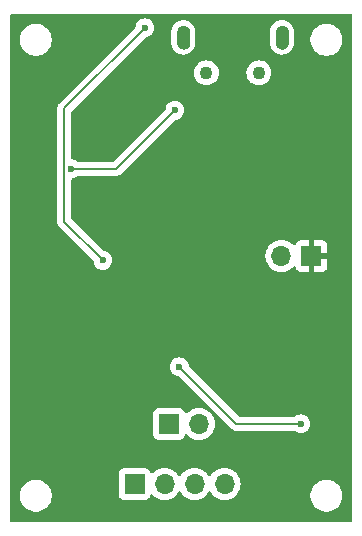
<source format=gbl>
G04 #@! TF.GenerationSoftware,KiCad,Pcbnew,8.0.1*
G04 #@! TF.CreationDate,2024-12-01T21:33:56-08:00*
G04 #@! TF.ProjectId,ledFlicker,6c656446-6c69-4636-9b65-722e6b696361,rev?*
G04 #@! TF.SameCoordinates,Original*
G04 #@! TF.FileFunction,Copper,L2,Bot*
G04 #@! TF.FilePolarity,Positive*
%FSLAX46Y46*%
G04 Gerber Fmt 4.6, Leading zero omitted, Abs format (unit mm)*
G04 Created by KiCad (PCBNEW 8.0.1) date 2024-12-01 21:33:56*
%MOMM*%
%LPD*%
G01*
G04 APERTURE LIST*
G04 #@! TA.AperFunction,EtchedComponent*
%ADD10C,0.010000*%
G04 #@! TD*
G04 #@! TA.AperFunction,ComponentPad*
%ADD11O,1.010000X1.900000*%
G04 #@! TD*
G04 #@! TA.AperFunction,ComponentPad*
%ADD12C,1.100000*%
G04 #@! TD*
G04 #@! TA.AperFunction,ComponentPad*
%ADD13R,1.700000X1.700000*%
G04 #@! TD*
G04 #@! TA.AperFunction,ComponentPad*
%ADD14O,1.700000X1.700000*%
G04 #@! TD*
G04 #@! TA.AperFunction,ViaPad*
%ADD15C,0.600000*%
G04 #@! TD*
G04 #@! TA.AperFunction,Conductor*
%ADD16C,0.200000*%
G04 #@! TD*
G04 APERTURE END LIST*
D10*
X170249000Y-31229500D02*
X170275000Y-31231500D01*
X170301000Y-31235500D01*
X170327000Y-31239500D01*
X170353000Y-31246500D01*
X170378000Y-31253500D01*
X170403000Y-31262500D01*
X170427000Y-31272500D01*
X170451000Y-31283500D01*
X170474000Y-31296500D01*
X170496000Y-31310500D01*
X170518000Y-31324500D01*
X170539000Y-31340500D01*
X170559000Y-31358500D01*
X170578000Y-31376500D01*
X170596000Y-31395500D01*
X170613000Y-31415500D01*
X170629000Y-31436500D01*
X170644000Y-31457500D01*
X170658000Y-31480500D01*
X170670000Y-31503500D01*
X170682000Y-31527500D01*
X170692000Y-31551500D01*
X170700000Y-31576500D01*
X170708000Y-31601500D01*
X170714000Y-31627500D01*
X170719000Y-31652500D01*
X170722000Y-31678500D01*
X170724000Y-31705500D01*
X170725000Y-31733500D01*
X170725000Y-31734000D01*
X170725000Y-32624500D01*
X170724000Y-32652500D01*
X170722000Y-32679500D01*
X170719000Y-32705500D01*
X170714000Y-32730500D01*
X170708000Y-32756500D01*
X170700000Y-32781500D01*
X170692000Y-32806500D01*
X170682000Y-32830500D01*
X170670000Y-32854500D01*
X170658000Y-32877500D01*
X170644000Y-32900500D01*
X170629000Y-32921500D01*
X170613000Y-32942500D01*
X170596000Y-32962500D01*
X170578000Y-32981500D01*
X170559000Y-32999500D01*
X170539000Y-33017500D01*
X170518000Y-33033500D01*
X170496000Y-33047500D01*
X170474000Y-33061500D01*
X170451000Y-33074500D01*
X170427000Y-33085500D01*
X170403000Y-33095500D01*
X170378000Y-33104500D01*
X170353000Y-33111500D01*
X170327000Y-33118500D01*
X170301000Y-33122500D01*
X170275000Y-33126500D01*
X170249000Y-33128500D01*
X170225000Y-33128500D01*
X170196000Y-33128500D01*
X170169000Y-33126500D01*
X170143000Y-33122500D01*
X170117000Y-33117500D01*
X170091000Y-33111500D01*
X170066000Y-33104500D01*
X170041000Y-33095500D01*
X170016000Y-33085500D01*
X169992000Y-33073500D01*
X169969000Y-33061500D01*
X169946000Y-33047500D01*
X169924000Y-33032500D01*
X169903000Y-33015500D01*
X169883000Y-32998500D01*
X169864000Y-32980500D01*
X169845000Y-32961500D01*
X169828000Y-32940500D01*
X169812000Y-32919500D01*
X169797000Y-32897500D01*
X169783000Y-32875500D01*
X169770000Y-32851500D01*
X169759000Y-32827500D01*
X169749000Y-32803500D01*
X169740000Y-32778500D01*
X169732000Y-32752500D01*
X169726000Y-32727500D01*
X169721000Y-32700500D01*
X169718000Y-32674500D01*
X169716000Y-32648500D01*
X169715000Y-32624500D01*
X169715000Y-31733500D01*
X169716000Y-31709500D01*
X169718000Y-31683500D01*
X169721000Y-31657500D01*
X169726000Y-31630500D01*
X169732000Y-31605500D01*
X169740000Y-31579500D01*
X169749000Y-31554500D01*
X169759000Y-31530500D01*
X169770000Y-31506500D01*
X169783000Y-31482500D01*
X169797000Y-31460500D01*
X169812000Y-31438500D01*
X169828000Y-31417500D01*
X169845000Y-31396500D01*
X169864000Y-31377500D01*
X169883000Y-31359500D01*
X169903000Y-31342500D01*
X169924000Y-31325500D01*
X169946000Y-31310500D01*
X169969000Y-31296500D01*
X169992000Y-31284500D01*
X170016000Y-31272500D01*
X170041000Y-31262500D01*
X170066000Y-31253500D01*
X170091000Y-31246500D01*
X170117000Y-31240500D01*
X170143000Y-31235500D01*
X170169000Y-31231500D01*
X170196000Y-31229500D01*
X170225000Y-31228500D01*
X170249000Y-31229500D01*
G04 #@! TA.AperFunction,EtchedComponent*
G36*
X170249000Y-31229500D02*
G01*
X170275000Y-31231500D01*
X170301000Y-31235500D01*
X170327000Y-31239500D01*
X170353000Y-31246500D01*
X170378000Y-31253500D01*
X170403000Y-31262500D01*
X170427000Y-31272500D01*
X170451000Y-31283500D01*
X170474000Y-31296500D01*
X170496000Y-31310500D01*
X170518000Y-31324500D01*
X170539000Y-31340500D01*
X170559000Y-31358500D01*
X170578000Y-31376500D01*
X170596000Y-31395500D01*
X170613000Y-31415500D01*
X170629000Y-31436500D01*
X170644000Y-31457500D01*
X170658000Y-31480500D01*
X170670000Y-31503500D01*
X170682000Y-31527500D01*
X170692000Y-31551500D01*
X170700000Y-31576500D01*
X170708000Y-31601500D01*
X170714000Y-31627500D01*
X170719000Y-31652500D01*
X170722000Y-31678500D01*
X170724000Y-31705500D01*
X170725000Y-31733500D01*
X170725000Y-31734000D01*
X170725000Y-32624500D01*
X170724000Y-32652500D01*
X170722000Y-32679500D01*
X170719000Y-32705500D01*
X170714000Y-32730500D01*
X170708000Y-32756500D01*
X170700000Y-32781500D01*
X170692000Y-32806500D01*
X170682000Y-32830500D01*
X170670000Y-32854500D01*
X170658000Y-32877500D01*
X170644000Y-32900500D01*
X170629000Y-32921500D01*
X170613000Y-32942500D01*
X170596000Y-32962500D01*
X170578000Y-32981500D01*
X170559000Y-32999500D01*
X170539000Y-33017500D01*
X170518000Y-33033500D01*
X170496000Y-33047500D01*
X170474000Y-33061500D01*
X170451000Y-33074500D01*
X170427000Y-33085500D01*
X170403000Y-33095500D01*
X170378000Y-33104500D01*
X170353000Y-33111500D01*
X170327000Y-33118500D01*
X170301000Y-33122500D01*
X170275000Y-33126500D01*
X170249000Y-33128500D01*
X170225000Y-33128500D01*
X170196000Y-33128500D01*
X170169000Y-33126500D01*
X170143000Y-33122500D01*
X170117000Y-33117500D01*
X170091000Y-33111500D01*
X170066000Y-33104500D01*
X170041000Y-33095500D01*
X170016000Y-33085500D01*
X169992000Y-33073500D01*
X169969000Y-33061500D01*
X169946000Y-33047500D01*
X169924000Y-33032500D01*
X169903000Y-33015500D01*
X169883000Y-32998500D01*
X169864000Y-32980500D01*
X169845000Y-32961500D01*
X169828000Y-32940500D01*
X169812000Y-32919500D01*
X169797000Y-32897500D01*
X169783000Y-32875500D01*
X169770000Y-32851500D01*
X169759000Y-32827500D01*
X169749000Y-32803500D01*
X169740000Y-32778500D01*
X169732000Y-32752500D01*
X169726000Y-32727500D01*
X169721000Y-32700500D01*
X169718000Y-32674500D01*
X169716000Y-32648500D01*
X169715000Y-32624500D01*
X169715000Y-31733500D01*
X169716000Y-31709500D01*
X169718000Y-31683500D01*
X169721000Y-31657500D01*
X169726000Y-31630500D01*
X169732000Y-31605500D01*
X169740000Y-31579500D01*
X169749000Y-31554500D01*
X169759000Y-31530500D01*
X169770000Y-31506500D01*
X169783000Y-31482500D01*
X169797000Y-31460500D01*
X169812000Y-31438500D01*
X169828000Y-31417500D01*
X169845000Y-31396500D01*
X169864000Y-31377500D01*
X169883000Y-31359500D01*
X169903000Y-31342500D01*
X169924000Y-31325500D01*
X169946000Y-31310500D01*
X169969000Y-31296500D01*
X169992000Y-31284500D01*
X170016000Y-31272500D01*
X170041000Y-31262500D01*
X170066000Y-31253500D01*
X170091000Y-31246500D01*
X170117000Y-31240500D01*
X170143000Y-31235500D01*
X170169000Y-31231500D01*
X170196000Y-31229500D01*
X170225000Y-31228500D01*
X170249000Y-31229500D01*
G37*
G04 #@! TD.AperFunction*
X161904000Y-31229500D02*
X161931000Y-31231500D01*
X161957000Y-31235500D01*
X161983000Y-31240500D01*
X162009000Y-31246500D01*
X162034000Y-31253500D01*
X162059000Y-31262500D01*
X162084000Y-31272500D01*
X162108000Y-31284500D01*
X162131000Y-31296500D01*
X162154000Y-31310500D01*
X162176000Y-31325500D01*
X162197000Y-31342500D01*
X162217000Y-31359500D01*
X162236000Y-31377500D01*
X162255000Y-31396500D01*
X162272000Y-31417500D01*
X162288000Y-31438500D01*
X162303000Y-31460500D01*
X162317000Y-31482500D01*
X162330000Y-31506500D01*
X162341000Y-31530500D01*
X162351000Y-31554500D01*
X162360000Y-31579500D01*
X162368000Y-31605500D01*
X162374000Y-31630500D01*
X162379000Y-31657500D01*
X162382000Y-31683500D01*
X162384000Y-31709500D01*
X162385000Y-31733500D01*
X162385000Y-31734000D01*
X162385000Y-32624500D01*
X162384000Y-32648500D01*
X162382000Y-32674500D01*
X162379000Y-32700500D01*
X162374000Y-32727500D01*
X162368000Y-32752500D01*
X162360000Y-32778500D01*
X162351000Y-32803500D01*
X162341000Y-32827500D01*
X162330000Y-32851500D01*
X162317000Y-32875500D01*
X162303000Y-32897500D01*
X162288000Y-32919500D01*
X162272000Y-32940500D01*
X162255000Y-32961500D01*
X162236000Y-32980500D01*
X162217000Y-32998500D01*
X162197000Y-33015500D01*
X162176000Y-33032500D01*
X162154000Y-33047500D01*
X162131000Y-33061500D01*
X162108000Y-33073500D01*
X162084000Y-33085500D01*
X162059000Y-33095500D01*
X162034000Y-33104500D01*
X162009000Y-33111500D01*
X161983000Y-33117500D01*
X161957000Y-33122500D01*
X161931000Y-33126500D01*
X161904000Y-33128500D01*
X161875000Y-33128500D01*
X161851000Y-33128500D01*
X161825000Y-33126500D01*
X161799000Y-33122500D01*
X161773000Y-33118500D01*
X161747000Y-33111500D01*
X161722000Y-33104500D01*
X161697000Y-33095500D01*
X161673000Y-33085500D01*
X161649000Y-33074500D01*
X161626000Y-33061500D01*
X161604000Y-33047500D01*
X161582000Y-33033500D01*
X161561000Y-33017500D01*
X161541000Y-32999500D01*
X161522000Y-32981500D01*
X161504000Y-32962500D01*
X161487000Y-32942500D01*
X161471000Y-32921500D01*
X161456000Y-32900500D01*
X161442000Y-32877500D01*
X161430000Y-32854500D01*
X161418000Y-32830500D01*
X161408000Y-32806500D01*
X161400000Y-32781500D01*
X161392000Y-32756500D01*
X161386000Y-32730500D01*
X161381000Y-32705500D01*
X161378000Y-32679500D01*
X161376000Y-32652500D01*
X161375000Y-32624500D01*
X161375000Y-31733500D01*
X161376000Y-31705500D01*
X161378000Y-31678500D01*
X161381000Y-31652500D01*
X161386000Y-31627500D01*
X161392000Y-31601500D01*
X161400000Y-31576500D01*
X161408000Y-31551500D01*
X161418000Y-31527500D01*
X161430000Y-31503500D01*
X161442000Y-31480500D01*
X161456000Y-31457500D01*
X161471000Y-31436500D01*
X161487000Y-31415500D01*
X161504000Y-31395500D01*
X161522000Y-31376500D01*
X161541000Y-31358500D01*
X161561000Y-31340500D01*
X161582000Y-31324500D01*
X161604000Y-31310500D01*
X161626000Y-31296500D01*
X161649000Y-31283500D01*
X161673000Y-31272500D01*
X161697000Y-31262500D01*
X161722000Y-31253500D01*
X161747000Y-31246500D01*
X161773000Y-31239500D01*
X161799000Y-31235500D01*
X161825000Y-31231500D01*
X161851000Y-31229500D01*
X161875000Y-31228500D01*
X161904000Y-31229500D01*
G04 #@! TA.AperFunction,EtchedComponent*
G36*
X161904000Y-31229500D02*
G01*
X161931000Y-31231500D01*
X161957000Y-31235500D01*
X161983000Y-31240500D01*
X162009000Y-31246500D01*
X162034000Y-31253500D01*
X162059000Y-31262500D01*
X162084000Y-31272500D01*
X162108000Y-31284500D01*
X162131000Y-31296500D01*
X162154000Y-31310500D01*
X162176000Y-31325500D01*
X162197000Y-31342500D01*
X162217000Y-31359500D01*
X162236000Y-31377500D01*
X162255000Y-31396500D01*
X162272000Y-31417500D01*
X162288000Y-31438500D01*
X162303000Y-31460500D01*
X162317000Y-31482500D01*
X162330000Y-31506500D01*
X162341000Y-31530500D01*
X162351000Y-31554500D01*
X162360000Y-31579500D01*
X162368000Y-31605500D01*
X162374000Y-31630500D01*
X162379000Y-31657500D01*
X162382000Y-31683500D01*
X162384000Y-31709500D01*
X162385000Y-31733500D01*
X162385000Y-31734000D01*
X162385000Y-32624500D01*
X162384000Y-32648500D01*
X162382000Y-32674500D01*
X162379000Y-32700500D01*
X162374000Y-32727500D01*
X162368000Y-32752500D01*
X162360000Y-32778500D01*
X162351000Y-32803500D01*
X162341000Y-32827500D01*
X162330000Y-32851500D01*
X162317000Y-32875500D01*
X162303000Y-32897500D01*
X162288000Y-32919500D01*
X162272000Y-32940500D01*
X162255000Y-32961500D01*
X162236000Y-32980500D01*
X162217000Y-32998500D01*
X162197000Y-33015500D01*
X162176000Y-33032500D01*
X162154000Y-33047500D01*
X162131000Y-33061500D01*
X162108000Y-33073500D01*
X162084000Y-33085500D01*
X162059000Y-33095500D01*
X162034000Y-33104500D01*
X162009000Y-33111500D01*
X161983000Y-33117500D01*
X161957000Y-33122500D01*
X161931000Y-33126500D01*
X161904000Y-33128500D01*
X161875000Y-33128500D01*
X161851000Y-33128500D01*
X161825000Y-33126500D01*
X161799000Y-33122500D01*
X161773000Y-33118500D01*
X161747000Y-33111500D01*
X161722000Y-33104500D01*
X161697000Y-33095500D01*
X161673000Y-33085500D01*
X161649000Y-33074500D01*
X161626000Y-33061500D01*
X161604000Y-33047500D01*
X161582000Y-33033500D01*
X161561000Y-33017500D01*
X161541000Y-32999500D01*
X161522000Y-32981500D01*
X161504000Y-32962500D01*
X161487000Y-32942500D01*
X161471000Y-32921500D01*
X161456000Y-32900500D01*
X161442000Y-32877500D01*
X161430000Y-32854500D01*
X161418000Y-32830500D01*
X161408000Y-32806500D01*
X161400000Y-32781500D01*
X161392000Y-32756500D01*
X161386000Y-32730500D01*
X161381000Y-32705500D01*
X161378000Y-32679500D01*
X161376000Y-32652500D01*
X161375000Y-32624500D01*
X161375000Y-31733500D01*
X161376000Y-31705500D01*
X161378000Y-31678500D01*
X161381000Y-31652500D01*
X161386000Y-31627500D01*
X161392000Y-31601500D01*
X161400000Y-31576500D01*
X161408000Y-31551500D01*
X161418000Y-31527500D01*
X161430000Y-31503500D01*
X161442000Y-31480500D01*
X161456000Y-31457500D01*
X161471000Y-31436500D01*
X161487000Y-31415500D01*
X161504000Y-31395500D01*
X161522000Y-31376500D01*
X161541000Y-31358500D01*
X161561000Y-31340500D01*
X161582000Y-31324500D01*
X161604000Y-31310500D01*
X161626000Y-31296500D01*
X161649000Y-31283500D01*
X161673000Y-31272500D01*
X161697000Y-31262500D01*
X161722000Y-31253500D01*
X161747000Y-31246500D01*
X161773000Y-31239500D01*
X161799000Y-31235500D01*
X161825000Y-31231500D01*
X161851000Y-31229500D01*
X161875000Y-31228500D01*
X161904000Y-31229500D01*
G37*
G04 #@! TD.AperFunction*
D11*
X170225000Y-32179000D03*
X161875000Y-32179000D03*
D12*
X168275000Y-35179000D03*
X163825000Y-35179000D03*
D13*
X172725000Y-50673000D03*
D14*
X170185000Y-50673000D03*
D13*
X157744000Y-69977000D03*
D14*
X160284000Y-69977000D03*
X162824000Y-69977000D03*
X165364000Y-69977000D03*
D13*
X160650000Y-64897000D03*
D14*
X163190000Y-64897000D03*
D15*
X161163000Y-38354000D03*
X152400000Y-43307000D03*
X155067000Y-51054000D03*
X158623000Y-31369000D03*
X171831000Y-64897000D03*
X161544000Y-60071000D03*
D16*
X156210000Y-43307000D02*
X161163000Y-38354000D01*
X152400000Y-43307000D02*
X156210000Y-43307000D01*
X151800000Y-47787000D02*
X151800000Y-38192000D01*
X151800000Y-38192000D02*
X158623000Y-31369000D01*
X155067000Y-51054000D02*
X151800000Y-47787000D01*
X166370000Y-64897000D02*
X161544000Y-60071000D01*
X171831000Y-64897000D02*
X166370000Y-64897000D01*
G04 #@! TA.AperFunction,Conductor*
G36*
X176127539Y-30238185D02*
G01*
X176173294Y-30290989D01*
X176184500Y-30342500D01*
X176184500Y-73093500D01*
X176164815Y-73160539D01*
X176112011Y-73206294D01*
X176060500Y-73217500D01*
X147309500Y-73217500D01*
X147242461Y-73197815D01*
X147196706Y-73145011D01*
X147185500Y-73093500D01*
X147185500Y-71091286D01*
X148039500Y-71091286D01*
X148067931Y-71270796D01*
X148072754Y-71301243D01*
X148081285Y-71327500D01*
X148138444Y-71503414D01*
X148234951Y-71692820D01*
X148359890Y-71864786D01*
X148510213Y-72015109D01*
X148682179Y-72140048D01*
X148682181Y-72140049D01*
X148682184Y-72140051D01*
X148871588Y-72236557D01*
X149073757Y-72302246D01*
X149283713Y-72335500D01*
X149283714Y-72335500D01*
X149496286Y-72335500D01*
X149496287Y-72335500D01*
X149706243Y-72302246D01*
X149908412Y-72236557D01*
X150097816Y-72140051D01*
X150119789Y-72124086D01*
X150269786Y-72015109D01*
X150269788Y-72015106D01*
X150269792Y-72015104D01*
X150420104Y-71864792D01*
X150420106Y-71864788D01*
X150420109Y-71864786D01*
X150545048Y-71692820D01*
X150545047Y-71692820D01*
X150545051Y-71692816D01*
X150641557Y-71503412D01*
X150707246Y-71301243D01*
X150740500Y-71091287D01*
X150740500Y-70878713D01*
X150739891Y-70874870D01*
X156393500Y-70874870D01*
X156393501Y-70874876D01*
X156399908Y-70934483D01*
X156450202Y-71069328D01*
X156450206Y-71069335D01*
X156536452Y-71184544D01*
X156536455Y-71184547D01*
X156651664Y-71270793D01*
X156651671Y-71270797D01*
X156786517Y-71321091D01*
X156786516Y-71321091D01*
X156793444Y-71321835D01*
X156846127Y-71327500D01*
X158641872Y-71327499D01*
X158701483Y-71321091D01*
X158836331Y-71270796D01*
X158951546Y-71184546D01*
X159037796Y-71069331D01*
X159086810Y-70937916D01*
X159128681Y-70881984D01*
X159194145Y-70857566D01*
X159262418Y-70872417D01*
X159290673Y-70893569D01*
X159412599Y-71015495D01*
X159509384Y-71083265D01*
X159606165Y-71151032D01*
X159606167Y-71151033D01*
X159606170Y-71151035D01*
X159820337Y-71250903D01*
X160048592Y-71312063D01*
X160225034Y-71327500D01*
X160283999Y-71332659D01*
X160284000Y-71332659D01*
X160284001Y-71332659D01*
X160342966Y-71327500D01*
X160519408Y-71312063D01*
X160747663Y-71250903D01*
X160961830Y-71151035D01*
X161155401Y-71015495D01*
X161322495Y-70848401D01*
X161452425Y-70662842D01*
X161507002Y-70619217D01*
X161576500Y-70612023D01*
X161638855Y-70643546D01*
X161655575Y-70662842D01*
X161785500Y-70848395D01*
X161785505Y-70848401D01*
X161952599Y-71015495D01*
X162049384Y-71083265D01*
X162146165Y-71151032D01*
X162146167Y-71151033D01*
X162146170Y-71151035D01*
X162360337Y-71250903D01*
X162588592Y-71312063D01*
X162765034Y-71327500D01*
X162823999Y-71332659D01*
X162824000Y-71332659D01*
X162824001Y-71332659D01*
X162882966Y-71327500D01*
X163059408Y-71312063D01*
X163287663Y-71250903D01*
X163501830Y-71151035D01*
X163695401Y-71015495D01*
X163862495Y-70848401D01*
X163992425Y-70662842D01*
X164047002Y-70619217D01*
X164116500Y-70612023D01*
X164178855Y-70643546D01*
X164195575Y-70662842D01*
X164325500Y-70848395D01*
X164325505Y-70848401D01*
X164492599Y-71015495D01*
X164589384Y-71083265D01*
X164686165Y-71151032D01*
X164686167Y-71151033D01*
X164686170Y-71151035D01*
X164900337Y-71250903D01*
X165128592Y-71312063D01*
X165305034Y-71327500D01*
X165363999Y-71332659D01*
X165364000Y-71332659D01*
X165364001Y-71332659D01*
X165422966Y-71327500D01*
X165599408Y-71312063D01*
X165827663Y-71250903D01*
X166041830Y-71151035D01*
X166127160Y-71091286D01*
X172639500Y-71091286D01*
X172667931Y-71270796D01*
X172672754Y-71301243D01*
X172681285Y-71327500D01*
X172738444Y-71503414D01*
X172834951Y-71692820D01*
X172959890Y-71864786D01*
X173110213Y-72015109D01*
X173282179Y-72140048D01*
X173282181Y-72140049D01*
X173282184Y-72140051D01*
X173471588Y-72236557D01*
X173673757Y-72302246D01*
X173883713Y-72335500D01*
X173883714Y-72335500D01*
X174096286Y-72335500D01*
X174096287Y-72335500D01*
X174306243Y-72302246D01*
X174508412Y-72236557D01*
X174697816Y-72140051D01*
X174719789Y-72124086D01*
X174869786Y-72015109D01*
X174869788Y-72015106D01*
X174869792Y-72015104D01*
X175020104Y-71864792D01*
X175020106Y-71864788D01*
X175020109Y-71864786D01*
X175145048Y-71692820D01*
X175145047Y-71692820D01*
X175145051Y-71692816D01*
X175241557Y-71503412D01*
X175307246Y-71301243D01*
X175340500Y-71091287D01*
X175340500Y-70878713D01*
X175307246Y-70668757D01*
X175241557Y-70466588D01*
X175145051Y-70277184D01*
X175145049Y-70277181D01*
X175145048Y-70277179D01*
X175020109Y-70105213D01*
X174869786Y-69954890D01*
X174697820Y-69829951D01*
X174508414Y-69733444D01*
X174508413Y-69733443D01*
X174508412Y-69733443D01*
X174306243Y-69667754D01*
X174306241Y-69667753D01*
X174306240Y-69667753D01*
X174144957Y-69642208D01*
X174096287Y-69634500D01*
X173883713Y-69634500D01*
X173835042Y-69642208D01*
X173673760Y-69667753D01*
X173471585Y-69733444D01*
X173282179Y-69829951D01*
X173110213Y-69954890D01*
X172959890Y-70105213D01*
X172834951Y-70277179D01*
X172738444Y-70466585D01*
X172672753Y-70668760D01*
X172639500Y-70878713D01*
X172639500Y-71091286D01*
X166127160Y-71091286D01*
X166235401Y-71015495D01*
X166402495Y-70848401D01*
X166538035Y-70654830D01*
X166637903Y-70440663D01*
X166699063Y-70212408D01*
X166719659Y-69977000D01*
X166699063Y-69741592D01*
X166637903Y-69513337D01*
X166538035Y-69299171D01*
X166532425Y-69291158D01*
X166402494Y-69105597D01*
X166235402Y-68938506D01*
X166235395Y-68938501D01*
X166041834Y-68802967D01*
X166041830Y-68802965D01*
X166041828Y-68802964D01*
X165827663Y-68703097D01*
X165827659Y-68703096D01*
X165827655Y-68703094D01*
X165599413Y-68641938D01*
X165599403Y-68641936D01*
X165364001Y-68621341D01*
X165363999Y-68621341D01*
X165128596Y-68641936D01*
X165128586Y-68641938D01*
X164900344Y-68703094D01*
X164900335Y-68703098D01*
X164686171Y-68802964D01*
X164686169Y-68802965D01*
X164492597Y-68938505D01*
X164325505Y-69105597D01*
X164195575Y-69291158D01*
X164140998Y-69334783D01*
X164071500Y-69341977D01*
X164009145Y-69310454D01*
X163992425Y-69291158D01*
X163862494Y-69105597D01*
X163695402Y-68938506D01*
X163695395Y-68938501D01*
X163501834Y-68802967D01*
X163501830Y-68802965D01*
X163501828Y-68802964D01*
X163287663Y-68703097D01*
X163287659Y-68703096D01*
X163287655Y-68703094D01*
X163059413Y-68641938D01*
X163059403Y-68641936D01*
X162824001Y-68621341D01*
X162823999Y-68621341D01*
X162588596Y-68641936D01*
X162588586Y-68641938D01*
X162360344Y-68703094D01*
X162360335Y-68703098D01*
X162146171Y-68802964D01*
X162146169Y-68802965D01*
X161952597Y-68938505D01*
X161785505Y-69105597D01*
X161655575Y-69291158D01*
X161600998Y-69334783D01*
X161531500Y-69341977D01*
X161469145Y-69310454D01*
X161452425Y-69291158D01*
X161322494Y-69105597D01*
X161155402Y-68938506D01*
X161155395Y-68938501D01*
X160961834Y-68802967D01*
X160961830Y-68802965D01*
X160961828Y-68802964D01*
X160747663Y-68703097D01*
X160747659Y-68703096D01*
X160747655Y-68703094D01*
X160519413Y-68641938D01*
X160519403Y-68641936D01*
X160284001Y-68621341D01*
X160283999Y-68621341D01*
X160048596Y-68641936D01*
X160048586Y-68641938D01*
X159820344Y-68703094D01*
X159820335Y-68703098D01*
X159606171Y-68802964D01*
X159606169Y-68802965D01*
X159412600Y-68938503D01*
X159290673Y-69060430D01*
X159229350Y-69093914D01*
X159159658Y-69088930D01*
X159103725Y-69047058D01*
X159086810Y-69016081D01*
X159037797Y-68884671D01*
X159037793Y-68884664D01*
X158951547Y-68769455D01*
X158951544Y-68769452D01*
X158836335Y-68683206D01*
X158836328Y-68683202D01*
X158701482Y-68632908D01*
X158701483Y-68632908D01*
X158641883Y-68626501D01*
X158641881Y-68626500D01*
X158641873Y-68626500D01*
X158641864Y-68626500D01*
X156846129Y-68626500D01*
X156846123Y-68626501D01*
X156786516Y-68632908D01*
X156651671Y-68683202D01*
X156651664Y-68683206D01*
X156536455Y-68769452D01*
X156536452Y-68769455D01*
X156450206Y-68884664D01*
X156450202Y-68884671D01*
X156399908Y-69019517D01*
X156393501Y-69079116D01*
X156393500Y-69079135D01*
X156393500Y-70874870D01*
X150739891Y-70874870D01*
X150707246Y-70668757D01*
X150641557Y-70466588D01*
X150545051Y-70277184D01*
X150545049Y-70277181D01*
X150545048Y-70277179D01*
X150420109Y-70105213D01*
X150269786Y-69954890D01*
X150097820Y-69829951D01*
X149908414Y-69733444D01*
X149908413Y-69733443D01*
X149908412Y-69733443D01*
X149706243Y-69667754D01*
X149706241Y-69667753D01*
X149706240Y-69667753D01*
X149544957Y-69642208D01*
X149496287Y-69634500D01*
X149283713Y-69634500D01*
X149235042Y-69642208D01*
X149073760Y-69667753D01*
X148871585Y-69733444D01*
X148682179Y-69829951D01*
X148510213Y-69954890D01*
X148359890Y-70105213D01*
X148234951Y-70277179D01*
X148138444Y-70466585D01*
X148072753Y-70668760D01*
X148039500Y-70878713D01*
X148039500Y-71091286D01*
X147185500Y-71091286D01*
X147185500Y-65794870D01*
X159299500Y-65794870D01*
X159299501Y-65794876D01*
X159305908Y-65854483D01*
X159356202Y-65989328D01*
X159356206Y-65989335D01*
X159442452Y-66104544D01*
X159442455Y-66104547D01*
X159557664Y-66190793D01*
X159557671Y-66190797D01*
X159692517Y-66241091D01*
X159692516Y-66241091D01*
X159699444Y-66241835D01*
X159752127Y-66247500D01*
X161547872Y-66247499D01*
X161607483Y-66241091D01*
X161742331Y-66190796D01*
X161857546Y-66104546D01*
X161943796Y-65989331D01*
X161992810Y-65857916D01*
X162034681Y-65801984D01*
X162100145Y-65777566D01*
X162168418Y-65792417D01*
X162196673Y-65813569D01*
X162318599Y-65935495D01*
X162415384Y-66003265D01*
X162512165Y-66071032D01*
X162512167Y-66071033D01*
X162512170Y-66071035D01*
X162726337Y-66170903D01*
X162954592Y-66232063D01*
X163131034Y-66247500D01*
X163189999Y-66252659D01*
X163190000Y-66252659D01*
X163190001Y-66252659D01*
X163248966Y-66247500D01*
X163425408Y-66232063D01*
X163653663Y-66170903D01*
X163867830Y-66071035D01*
X164061401Y-65935495D01*
X164228495Y-65768401D01*
X164364035Y-65574830D01*
X164463903Y-65360663D01*
X164525063Y-65132408D01*
X164545659Y-64897000D01*
X164525063Y-64661592D01*
X164463903Y-64433337D01*
X164364035Y-64219171D01*
X164330454Y-64171211D01*
X164228494Y-64025597D01*
X164061402Y-63858506D01*
X164061395Y-63858501D01*
X163867834Y-63722967D01*
X163867830Y-63722965D01*
X163867828Y-63722964D01*
X163653663Y-63623097D01*
X163653659Y-63623096D01*
X163653655Y-63623094D01*
X163425413Y-63561938D01*
X163425403Y-63561936D01*
X163190001Y-63541341D01*
X163189999Y-63541341D01*
X162954596Y-63561936D01*
X162954586Y-63561938D01*
X162726344Y-63623094D01*
X162726335Y-63623098D01*
X162512171Y-63722964D01*
X162512169Y-63722965D01*
X162318600Y-63858503D01*
X162196673Y-63980430D01*
X162135350Y-64013914D01*
X162065658Y-64008930D01*
X162009725Y-63967058D01*
X161992810Y-63936081D01*
X161943797Y-63804671D01*
X161943793Y-63804664D01*
X161857547Y-63689455D01*
X161857544Y-63689452D01*
X161742335Y-63603206D01*
X161742328Y-63603202D01*
X161607482Y-63552908D01*
X161607483Y-63552908D01*
X161547883Y-63546501D01*
X161547881Y-63546500D01*
X161547873Y-63546500D01*
X161547864Y-63546500D01*
X159752129Y-63546500D01*
X159752123Y-63546501D01*
X159692516Y-63552908D01*
X159557671Y-63603202D01*
X159557664Y-63603206D01*
X159442455Y-63689452D01*
X159442452Y-63689455D01*
X159356206Y-63804664D01*
X159356202Y-63804671D01*
X159305908Y-63939517D01*
X159299501Y-63999116D01*
X159299500Y-63999135D01*
X159299500Y-65794870D01*
X147185500Y-65794870D01*
X147185500Y-60071003D01*
X160738435Y-60071003D01*
X160758630Y-60250249D01*
X160758631Y-60250254D01*
X160818211Y-60420523D01*
X160914184Y-60573262D01*
X161041738Y-60700816D01*
X161194478Y-60796789D01*
X161364745Y-60856368D01*
X161451669Y-60866161D01*
X161516080Y-60893226D01*
X161525464Y-60901699D01*
X166001284Y-65377520D01*
X166001286Y-65377521D01*
X166001290Y-65377524D01*
X166138209Y-65456573D01*
X166138216Y-65456577D01*
X166290943Y-65497501D01*
X166290945Y-65497501D01*
X166456654Y-65497501D01*
X166456670Y-65497500D01*
X171248588Y-65497500D01*
X171315627Y-65517185D01*
X171325903Y-65524555D01*
X171328736Y-65526814D01*
X171328738Y-65526816D01*
X171481478Y-65622789D01*
X171651745Y-65682368D01*
X171651750Y-65682369D01*
X171830996Y-65702565D01*
X171831000Y-65702565D01*
X171831004Y-65702565D01*
X172010249Y-65682369D01*
X172010252Y-65682368D01*
X172010255Y-65682368D01*
X172180522Y-65622789D01*
X172333262Y-65526816D01*
X172460816Y-65399262D01*
X172556789Y-65246522D01*
X172616368Y-65076255D01*
X172636565Y-64897000D01*
X172616368Y-64717745D01*
X172556789Y-64547478D01*
X172460816Y-64394738D01*
X172333262Y-64267184D01*
X172256847Y-64219169D01*
X172180523Y-64171211D01*
X172010254Y-64111631D01*
X172010249Y-64111630D01*
X171831004Y-64091435D01*
X171830996Y-64091435D01*
X171651750Y-64111630D01*
X171651745Y-64111631D01*
X171481476Y-64171211D01*
X171328736Y-64267185D01*
X171325903Y-64269445D01*
X171323724Y-64270334D01*
X171322842Y-64270889D01*
X171322744Y-64270734D01*
X171261217Y-64295855D01*
X171248588Y-64296500D01*
X166670098Y-64296500D01*
X166603059Y-64276815D01*
X166582417Y-64260181D01*
X162374700Y-60052465D01*
X162341215Y-59991142D01*
X162339163Y-59978686D01*
X162329368Y-59891745D01*
X162269789Y-59721478D01*
X162173816Y-59568738D01*
X162046262Y-59441184D01*
X161893523Y-59345211D01*
X161723254Y-59285631D01*
X161723249Y-59285630D01*
X161544004Y-59265435D01*
X161543996Y-59265435D01*
X161364750Y-59285630D01*
X161364745Y-59285631D01*
X161194476Y-59345211D01*
X161041737Y-59441184D01*
X160914184Y-59568737D01*
X160818211Y-59721476D01*
X160758631Y-59891745D01*
X160758630Y-59891750D01*
X160738435Y-60070996D01*
X160738435Y-60071003D01*
X147185500Y-60071003D01*
X147185500Y-47866054D01*
X151199498Y-47866054D01*
X151240423Y-48018785D01*
X151269358Y-48068900D01*
X151269359Y-48068904D01*
X151269360Y-48068904D01*
X151319479Y-48155714D01*
X151319481Y-48155717D01*
X151438349Y-48274585D01*
X151438355Y-48274590D01*
X154236298Y-51072534D01*
X154269783Y-51133857D01*
X154271837Y-51146331D01*
X154281630Y-51233249D01*
X154341210Y-51403521D01*
X154429727Y-51544395D01*
X154437184Y-51556262D01*
X154564738Y-51683816D01*
X154608786Y-51711493D01*
X154694081Y-51765088D01*
X154717478Y-51779789D01*
X154887745Y-51839368D01*
X154887750Y-51839369D01*
X155066996Y-51859565D01*
X155067000Y-51859565D01*
X155067004Y-51859565D01*
X155246249Y-51839369D01*
X155246252Y-51839368D01*
X155246255Y-51839368D01*
X155416522Y-51779789D01*
X155569262Y-51683816D01*
X155696816Y-51556262D01*
X155792789Y-51403522D01*
X155852368Y-51233255D01*
X155862162Y-51146331D01*
X155872565Y-51054003D01*
X155872565Y-51053996D01*
X155852369Y-50874750D01*
X155852368Y-50874745D01*
X155792788Y-50704476D01*
X155773010Y-50673000D01*
X168829341Y-50673000D01*
X168849936Y-50908403D01*
X168849938Y-50908413D01*
X168911094Y-51136655D01*
X168911096Y-51136659D01*
X168911097Y-51136663D01*
X168956139Y-51233255D01*
X169010965Y-51350830D01*
X169010967Y-51350834D01*
X169047860Y-51403522D01*
X169146505Y-51544401D01*
X169313599Y-51711495D01*
X169390135Y-51765086D01*
X169507165Y-51847032D01*
X169507167Y-51847033D01*
X169507170Y-51847035D01*
X169721337Y-51946903D01*
X169949592Y-52008063D01*
X170120319Y-52023000D01*
X170184999Y-52028659D01*
X170185000Y-52028659D01*
X170185001Y-52028659D01*
X170249681Y-52023000D01*
X170420408Y-52008063D01*
X170648663Y-51946903D01*
X170862830Y-51847035D01*
X171056401Y-51711495D01*
X171178717Y-51589178D01*
X171240036Y-51555696D01*
X171309728Y-51560680D01*
X171365662Y-51602551D01*
X171382577Y-51633528D01*
X171431646Y-51765088D01*
X171431649Y-51765093D01*
X171517809Y-51880187D01*
X171517812Y-51880190D01*
X171632906Y-51966350D01*
X171632913Y-51966354D01*
X171767620Y-52016596D01*
X171767627Y-52016598D01*
X171827155Y-52022999D01*
X171827172Y-52023000D01*
X172475000Y-52023000D01*
X172475000Y-51106012D01*
X172532007Y-51138925D01*
X172659174Y-51173000D01*
X172790826Y-51173000D01*
X172917993Y-51138925D01*
X172975000Y-51106012D01*
X172975000Y-52023000D01*
X173622828Y-52023000D01*
X173622844Y-52022999D01*
X173682372Y-52016598D01*
X173682379Y-52016596D01*
X173817086Y-51966354D01*
X173817093Y-51966350D01*
X173932187Y-51880190D01*
X173932190Y-51880187D01*
X174018350Y-51765093D01*
X174018354Y-51765086D01*
X174068596Y-51630379D01*
X174068598Y-51630372D01*
X174074999Y-51570844D01*
X174075000Y-51570827D01*
X174075000Y-50923000D01*
X173158012Y-50923000D01*
X173190925Y-50865993D01*
X173225000Y-50738826D01*
X173225000Y-50607174D01*
X173190925Y-50480007D01*
X173158012Y-50423000D01*
X174075000Y-50423000D01*
X174075000Y-49775172D01*
X174074999Y-49775155D01*
X174068598Y-49715627D01*
X174068596Y-49715620D01*
X174018354Y-49580913D01*
X174018350Y-49580906D01*
X173932190Y-49465812D01*
X173932187Y-49465809D01*
X173817093Y-49379649D01*
X173817086Y-49379645D01*
X173682379Y-49329403D01*
X173682372Y-49329401D01*
X173622844Y-49323000D01*
X172975000Y-49323000D01*
X172975000Y-50239988D01*
X172917993Y-50207075D01*
X172790826Y-50173000D01*
X172659174Y-50173000D01*
X172532007Y-50207075D01*
X172475000Y-50239988D01*
X172475000Y-49323000D01*
X171827155Y-49323000D01*
X171767627Y-49329401D01*
X171767620Y-49329403D01*
X171632913Y-49379645D01*
X171632906Y-49379649D01*
X171517812Y-49465809D01*
X171517809Y-49465812D01*
X171431649Y-49580906D01*
X171431645Y-49580913D01*
X171382578Y-49712470D01*
X171340707Y-49768404D01*
X171275242Y-49792821D01*
X171206969Y-49777969D01*
X171178715Y-49756819D01*
X171134366Y-49712470D01*
X171056401Y-49634505D01*
X171056397Y-49634502D01*
X171056396Y-49634501D01*
X170862834Y-49498967D01*
X170862830Y-49498965D01*
X170791727Y-49465809D01*
X170648663Y-49399097D01*
X170648659Y-49399096D01*
X170648655Y-49399094D01*
X170420413Y-49337938D01*
X170420403Y-49337936D01*
X170185001Y-49317341D01*
X170184999Y-49317341D01*
X169949596Y-49337936D01*
X169949586Y-49337938D01*
X169721344Y-49399094D01*
X169721335Y-49399098D01*
X169507171Y-49498964D01*
X169507169Y-49498965D01*
X169313597Y-49634505D01*
X169146505Y-49801597D01*
X169010965Y-49995169D01*
X169010964Y-49995171D01*
X168911098Y-50209335D01*
X168911094Y-50209344D01*
X168849938Y-50437586D01*
X168849936Y-50437596D01*
X168829341Y-50672999D01*
X168829341Y-50673000D01*
X155773010Y-50673000D01*
X155696815Y-50551737D01*
X155569262Y-50424184D01*
X155416521Y-50328210D01*
X155246249Y-50268630D01*
X155159331Y-50258837D01*
X155094917Y-50231770D01*
X155085534Y-50223298D01*
X152436819Y-47574583D01*
X152403334Y-47513260D01*
X152400500Y-47486902D01*
X152400500Y-44223321D01*
X152420185Y-44156282D01*
X152472989Y-44110527D01*
X152510612Y-44100101D01*
X152579255Y-44092368D01*
X152749522Y-44032789D01*
X152902262Y-43936816D01*
X152902267Y-43936810D01*
X152905097Y-43934555D01*
X152907275Y-43933665D01*
X152908158Y-43933111D01*
X152908255Y-43933265D01*
X152969783Y-43908145D01*
X152982412Y-43907500D01*
X156123331Y-43907500D01*
X156123347Y-43907501D01*
X156130943Y-43907501D01*
X156289054Y-43907501D01*
X156289057Y-43907501D01*
X156441785Y-43866577D01*
X156491904Y-43837639D01*
X156578716Y-43787520D01*
X156690520Y-43675716D01*
X156690520Y-43675714D01*
X156700728Y-43665507D01*
X156700729Y-43665504D01*
X161181536Y-39184698D01*
X161242857Y-39151215D01*
X161255310Y-39149163D01*
X161342255Y-39139368D01*
X161512522Y-39079789D01*
X161665262Y-38983816D01*
X161792816Y-38856262D01*
X161888789Y-38703522D01*
X161948368Y-38533255D01*
X161948369Y-38533249D01*
X161968565Y-38354003D01*
X161968565Y-38353996D01*
X161948369Y-38174750D01*
X161948368Y-38174745D01*
X161926743Y-38112945D01*
X161888789Y-38004478D01*
X161792816Y-37851738D01*
X161665262Y-37724184D01*
X161645041Y-37711478D01*
X161512523Y-37628211D01*
X161342254Y-37568631D01*
X161342249Y-37568630D01*
X161163004Y-37548435D01*
X161162996Y-37548435D01*
X160983750Y-37568630D01*
X160983745Y-37568631D01*
X160813476Y-37628211D01*
X160660737Y-37724184D01*
X160533184Y-37851737D01*
X160437210Y-38004478D01*
X160377630Y-38174750D01*
X160367837Y-38261667D01*
X160340770Y-38326081D01*
X160332298Y-38335464D01*
X155997584Y-42670181D01*
X155936261Y-42703666D01*
X155909903Y-42706500D01*
X152982412Y-42706500D01*
X152915373Y-42686815D01*
X152905097Y-42679445D01*
X152902263Y-42677185D01*
X152902262Y-42677184D01*
X152825892Y-42629197D01*
X152749521Y-42581210D01*
X152579249Y-42521630D01*
X152510616Y-42513897D01*
X152446202Y-42486830D01*
X152406647Y-42429235D01*
X152400500Y-42390677D01*
X152400500Y-38492096D01*
X152420185Y-38425057D01*
X152436814Y-38404420D01*
X155662233Y-35179000D01*
X162769417Y-35179000D01*
X162789699Y-35384932D01*
X162789700Y-35384934D01*
X162849768Y-35582954D01*
X162947315Y-35765450D01*
X162947317Y-35765452D01*
X163078589Y-35925410D01*
X163175209Y-36004702D01*
X163238550Y-36056685D01*
X163421046Y-36154232D01*
X163619066Y-36214300D01*
X163619065Y-36214300D01*
X163637529Y-36216118D01*
X163825000Y-36234583D01*
X164030934Y-36214300D01*
X164228954Y-36154232D01*
X164411450Y-36056685D01*
X164571410Y-35925410D01*
X164702685Y-35765450D01*
X164800232Y-35582954D01*
X164860300Y-35384934D01*
X164880583Y-35179000D01*
X167219417Y-35179000D01*
X167239699Y-35384932D01*
X167239700Y-35384934D01*
X167299768Y-35582954D01*
X167397315Y-35765450D01*
X167397317Y-35765452D01*
X167528589Y-35925410D01*
X167625209Y-36004702D01*
X167688550Y-36056685D01*
X167871046Y-36154232D01*
X168069066Y-36214300D01*
X168069065Y-36214300D01*
X168087529Y-36216118D01*
X168275000Y-36234583D01*
X168480934Y-36214300D01*
X168678954Y-36154232D01*
X168861450Y-36056685D01*
X169021410Y-35925410D01*
X169152685Y-35765450D01*
X169250232Y-35582954D01*
X169310300Y-35384934D01*
X169330583Y-35179000D01*
X169310300Y-34973066D01*
X169250232Y-34775046D01*
X169152685Y-34592550D01*
X169100702Y-34529209D01*
X169021410Y-34432589D01*
X168861452Y-34301317D01*
X168861453Y-34301317D01*
X168861450Y-34301315D01*
X168678954Y-34203768D01*
X168480934Y-34143700D01*
X168480932Y-34143699D01*
X168480934Y-34143699D01*
X168275000Y-34123417D01*
X168069067Y-34143699D01*
X167871043Y-34203769D01*
X167760898Y-34262643D01*
X167688550Y-34301315D01*
X167688548Y-34301316D01*
X167688547Y-34301317D01*
X167528589Y-34432589D01*
X167397317Y-34592547D01*
X167299769Y-34775043D01*
X167239699Y-34973067D01*
X167219417Y-35179000D01*
X164880583Y-35179000D01*
X164860300Y-34973066D01*
X164800232Y-34775046D01*
X164702685Y-34592550D01*
X164650702Y-34529209D01*
X164571410Y-34432589D01*
X164411452Y-34301317D01*
X164411453Y-34301317D01*
X164411450Y-34301315D01*
X164228954Y-34203768D01*
X164030934Y-34143700D01*
X164030932Y-34143699D01*
X164030934Y-34143699D01*
X163825000Y-34123417D01*
X163619067Y-34143699D01*
X163421043Y-34203769D01*
X163310898Y-34262643D01*
X163238550Y-34301315D01*
X163238548Y-34301316D01*
X163238547Y-34301317D01*
X163078589Y-34432589D01*
X162947317Y-34592547D01*
X162849769Y-34775043D01*
X162789699Y-34973067D01*
X162769417Y-35179000D01*
X155662233Y-35179000D01*
X158216714Y-32624519D01*
X160864500Y-32624519D01*
X160864823Y-32642703D01*
X160865823Y-32670696D01*
X160866896Y-32690233D01*
X160868895Y-32717207D01*
X160870863Y-32737996D01*
X160873866Y-32764022D01*
X160880414Y-32805619D01*
X160885418Y-32830641D01*
X160888570Y-32845279D01*
X160894572Y-32871292D01*
X160905787Y-32912091D01*
X160921787Y-32962088D01*
X160936767Y-33002843D01*
X160946766Y-33026840D01*
X160961397Y-33058809D01*
X160973391Y-33082797D01*
X160977396Y-33090637D01*
X160989394Y-33113633D01*
X161005930Y-33142929D01*
X161019939Y-33165945D01*
X161040576Y-33197204D01*
X161040589Y-33197222D01*
X161055589Y-33218222D01*
X161064932Y-33230885D01*
X161064955Y-33230916D01*
X161079403Y-33249878D01*
X161080932Y-33251885D01*
X161098030Y-33273125D01*
X161110932Y-33288304D01*
X161115039Y-33293136D01*
X161133406Y-33313600D01*
X161151401Y-33332595D01*
X161170906Y-33352100D01*
X161189848Y-33370045D01*
X161189887Y-33370081D01*
X161189906Y-33370099D01*
X161199494Y-33378952D01*
X161219494Y-33396952D01*
X161251615Y-33423568D01*
X161251625Y-33423576D01*
X161272613Y-33439567D01*
X161307931Y-33464193D01*
X161338370Y-33483563D01*
X161351925Y-33492189D01*
X161374805Y-33505922D01*
X161397805Y-33518922D01*
X161397819Y-33518929D01*
X161436285Y-33538572D01*
X161436297Y-33538577D01*
X161436298Y-33538578D01*
X161460298Y-33549578D01*
X161476654Y-33556731D01*
X161500654Y-33566731D01*
X161524084Y-33575823D01*
X161549084Y-33584823D01*
X161584354Y-33596093D01*
X161609354Y-33603093D01*
X161614284Y-33604447D01*
X161614407Y-33604480D01*
X161614443Y-33604490D01*
X161630924Y-33608927D01*
X161640284Y-33611447D01*
X161695375Y-33623064D01*
X161747375Y-33631064D01*
X161747376Y-33631064D01*
X161747382Y-33631065D01*
X161754789Y-33631918D01*
X161785846Y-33635496D01*
X161811846Y-33637496D01*
X161851000Y-33639000D01*
X161851010Y-33639000D01*
X161904008Y-33639000D01*
X161924112Y-33638256D01*
X161941711Y-33637605D01*
X161968711Y-33635605D01*
X162008625Y-33631064D01*
X162034625Y-33627064D01*
X162053407Y-33623814D01*
X162079407Y-33618814D01*
X162082275Y-33618207D01*
X162097783Y-33614929D01*
X162104284Y-33613428D01*
X162123791Y-33608927D01*
X162146646Y-33603093D01*
X162171646Y-33596093D01*
X162206916Y-33584823D01*
X162231916Y-33575823D01*
X162248595Y-33569487D01*
X162273595Y-33559487D01*
X162312303Y-33542105D01*
X162336303Y-33530105D01*
X162344140Y-33526102D01*
X162367140Y-33514102D01*
X162396433Y-33497568D01*
X162419433Y-33483568D01*
X162441583Y-33469289D01*
X162463583Y-33454289D01*
X162497206Y-33429284D01*
X162518206Y-33412284D01*
X162527625Y-33404470D01*
X162547625Y-33387470D01*
X162568094Y-33369099D01*
X162587094Y-33351099D01*
X162596978Y-33341478D01*
X162615978Y-33322478D01*
X162651784Y-33282706D01*
X162668784Y-33261706D01*
X162678068Y-33249885D01*
X162694068Y-33228885D01*
X162709789Y-33207083D01*
X162724789Y-33185083D01*
X162733689Y-33171575D01*
X162747689Y-33149575D01*
X162765879Y-33118643D01*
X162778879Y-33094643D01*
X162794078Y-33064202D01*
X162805078Y-33040202D01*
X162812231Y-33023846D01*
X162822231Y-32999846D01*
X162831323Y-32976416D01*
X162840323Y-32951416D01*
X162847925Y-32928631D01*
X162855925Y-32902631D01*
X162864404Y-32871637D01*
X162870404Y-32846637D01*
X162875965Y-32820457D01*
X162880965Y-32793457D01*
X162886135Y-32759016D01*
X162889135Y-32733016D01*
X162890996Y-32713654D01*
X162892996Y-32687654D01*
X162894057Y-32669752D01*
X162895057Y-32645752D01*
X162895500Y-32624501D01*
X169204500Y-32624501D01*
X169204879Y-32642721D01*
X169204943Y-32645752D01*
X169205943Y-32669752D01*
X169206643Y-32681563D01*
X169207004Y-32687656D01*
X169209006Y-32713677D01*
X169210861Y-32732985D01*
X169213867Y-32759031D01*
X169219034Y-32793450D01*
X169224036Y-32820463D01*
X169229599Y-32846653D01*
X169235592Y-32871623D01*
X169244077Y-32902638D01*
X169252071Y-32928620D01*
X169259671Y-32951400D01*
X169268677Y-32976415D01*
X169277768Y-32999845D01*
X169287784Y-33023882D01*
X169294904Y-33040163D01*
X169305922Y-33064202D01*
X169321121Y-33094643D01*
X169334124Y-33118648D01*
X169352316Y-33149585D01*
X169362728Y-33165945D01*
X169366311Y-33171575D01*
X169375211Y-33185083D01*
X169390211Y-33207083D01*
X169405932Y-33228885D01*
X169405943Y-33228900D01*
X169421926Y-33249878D01*
X169431216Y-33261706D01*
X169448220Y-33282711D01*
X169448232Y-33282724D01*
X169484022Y-33322478D01*
X169484028Y-33322484D01*
X169484039Y-33322496D01*
X169494138Y-33332594D01*
X169503022Y-33341478D01*
X169512906Y-33351099D01*
X169512938Y-33351130D01*
X169531899Y-33369093D01*
X169531906Y-33369099D01*
X169552375Y-33387470D01*
X169572375Y-33404470D01*
X169581794Y-33412284D01*
X169602794Y-33429284D01*
X169636417Y-33454289D01*
X169658417Y-33469289D01*
X169680567Y-33483568D01*
X169703567Y-33497568D01*
X169732860Y-33514102D01*
X169742112Y-33518929D01*
X169755862Y-33526103D01*
X169763655Y-33530084D01*
X169763696Y-33530104D01*
X169763697Y-33530105D01*
X169787697Y-33542105D01*
X169826405Y-33559487D01*
X169851405Y-33569487D01*
X169868084Y-33575823D01*
X169893084Y-33584823D01*
X169928354Y-33596093D01*
X169953354Y-33603093D01*
X169976209Y-33608927D01*
X169985962Y-33611177D01*
X170002216Y-33614929D01*
X170020597Y-33618815D01*
X170046582Y-33623812D01*
X170046587Y-33623813D01*
X170046593Y-33623814D01*
X170065375Y-33627064D01*
X170091375Y-33631064D01*
X170131289Y-33635605D01*
X170158289Y-33637605D01*
X170174450Y-33638202D01*
X170195992Y-33639000D01*
X170196000Y-33639000D01*
X170248990Y-33639000D01*
X170249000Y-33639000D01*
X170288154Y-33637496D01*
X170314154Y-33635496D01*
X170349618Y-33631410D01*
X170352617Y-33631065D01*
X170352619Y-33631064D01*
X170352625Y-33631064D01*
X170404625Y-33623064D01*
X170459716Y-33611447D01*
X170485716Y-33604447D01*
X170490646Y-33603093D01*
X170515646Y-33596093D01*
X170550916Y-33584823D01*
X170575916Y-33575823D01*
X170599346Y-33566731D01*
X170623346Y-33556731D01*
X170639702Y-33549578D01*
X170663702Y-33538578D01*
X170702195Y-33518922D01*
X170725195Y-33505922D01*
X170748075Y-33492189D01*
X170792075Y-33464189D01*
X170827385Y-33439568D01*
X170848385Y-33423568D01*
X170880506Y-33396952D01*
X170900506Y-33378952D01*
X170910094Y-33370099D01*
X170929094Y-33352099D01*
X170948599Y-33332594D01*
X170966599Y-33313594D01*
X170984970Y-33293125D01*
X171001970Y-33273125D01*
X171019068Y-33251885D01*
X171035068Y-33230885D01*
X171044411Y-33218222D01*
X171059411Y-33197222D01*
X171080068Y-33165933D01*
X171094068Y-33142933D01*
X171110602Y-33113640D01*
X171122602Y-33090640D01*
X171126605Y-33082803D01*
X171135906Y-33064202D01*
X171138602Y-33058809D01*
X171147136Y-33040163D01*
X171153231Y-33026846D01*
X171163231Y-33002846D01*
X171178213Y-32962088D01*
X171194213Y-32912088D01*
X171205427Y-32871291D01*
X171211427Y-32845291D01*
X171214586Y-32830617D01*
X171219586Y-32805617D01*
X171226135Y-32764016D01*
X171229135Y-32738016D01*
X171231105Y-32717211D01*
X171233105Y-32690211D01*
X171234175Y-32670721D01*
X171235175Y-32642721D01*
X171235176Y-32642703D01*
X171235500Y-32624519D01*
X171235500Y-32491286D01*
X172639500Y-32491286D01*
X172671006Y-32690211D01*
X172672754Y-32701243D01*
X172738189Y-32902631D01*
X172738444Y-32903414D01*
X172834951Y-33092820D01*
X172959890Y-33264786D01*
X173110213Y-33415109D01*
X173282179Y-33540048D01*
X173282181Y-33540049D01*
X173282184Y-33540051D01*
X173471588Y-33636557D01*
X173673757Y-33702246D01*
X173883713Y-33735500D01*
X173883714Y-33735500D01*
X174096286Y-33735500D01*
X174096287Y-33735500D01*
X174306243Y-33702246D01*
X174508412Y-33636557D01*
X174697816Y-33540051D01*
X174763693Y-33492189D01*
X174869786Y-33415109D01*
X174869788Y-33415106D01*
X174869792Y-33415104D01*
X175020104Y-33264792D01*
X175020106Y-33264788D01*
X175020109Y-33264786D01*
X175145048Y-33092820D01*
X175145047Y-33092820D01*
X175145051Y-33092816D01*
X175241557Y-32903412D01*
X175307246Y-32701243D01*
X175340500Y-32491287D01*
X175340500Y-32278713D01*
X175307246Y-32068757D01*
X175241557Y-31866588D01*
X175145051Y-31677184D01*
X175145049Y-31677181D01*
X175145048Y-31677179D01*
X175020109Y-31505213D01*
X174869786Y-31354890D01*
X174697820Y-31229951D01*
X174508414Y-31133444D01*
X174508413Y-31133443D01*
X174508412Y-31133443D01*
X174306243Y-31067754D01*
X174306241Y-31067753D01*
X174306240Y-31067753D01*
X174144957Y-31042208D01*
X174096287Y-31034500D01*
X173883713Y-31034500D01*
X173835042Y-31042208D01*
X173673760Y-31067753D01*
X173673757Y-31067754D01*
X173491064Y-31127115D01*
X173471585Y-31133444D01*
X173282179Y-31229951D01*
X173110213Y-31354890D01*
X172959890Y-31505213D01*
X172834951Y-31677179D01*
X172738444Y-31866585D01*
X172672753Y-32068760D01*
X172639500Y-32278713D01*
X172639500Y-32491286D01*
X171235500Y-32491286D01*
X171235500Y-31733480D01*
X171235176Y-31715296D01*
X171234176Y-31687303D01*
X171234175Y-31687279D01*
X171233105Y-31667789D01*
X171231105Y-31640789D01*
X171229135Y-31619984D01*
X171226135Y-31593984D01*
X171219586Y-31552383D01*
X171214586Y-31527383D01*
X171211427Y-31512709D01*
X171205427Y-31486709D01*
X171205427Y-31486707D01*
X171194212Y-31445908D01*
X171188919Y-31429369D01*
X171178213Y-31395912D01*
X171163231Y-31355154D01*
X171163123Y-31354896D01*
X171153233Y-31331159D01*
X171138602Y-31299190D01*
X171126608Y-31275202D01*
X171122603Y-31267362D01*
X171110605Y-31244366D01*
X171107778Y-31239357D01*
X171094068Y-31215067D01*
X171080068Y-31192067D01*
X171080066Y-31192065D01*
X171080060Y-31192054D01*
X171059423Y-31160795D01*
X171052367Y-31150917D01*
X171044411Y-31139778D01*
X171035068Y-31127115D01*
X171019068Y-31106115D01*
X171001970Y-31084875D01*
X170984970Y-31064875D01*
X170984960Y-31064863D01*
X170966593Y-31044399D01*
X170948598Y-31025404D01*
X170929093Y-31005899D01*
X170910151Y-30987954D01*
X170910094Y-30987901D01*
X170900506Y-30979048D01*
X170880506Y-30961048D01*
X170848385Y-30934432D01*
X170848383Y-30934430D01*
X170848374Y-30934423D01*
X170827386Y-30918432D01*
X170792068Y-30893806D01*
X170748085Y-30865817D01*
X170725211Y-30852087D01*
X170723291Y-30851002D01*
X170702195Y-30839078D01*
X170702186Y-30839073D01*
X170702180Y-30839070D01*
X170663714Y-30819427D01*
X170647678Y-30812077D01*
X170639702Y-30808422D01*
X170639690Y-30808416D01*
X170639660Y-30808403D01*
X170623382Y-30801284D01*
X170599345Y-30791268D01*
X170585007Y-30785704D01*
X170575916Y-30782177D01*
X170550916Y-30773177D01*
X170515646Y-30761907D01*
X170515641Y-30761905D01*
X170515636Y-30761904D01*
X170490709Y-30754924D01*
X170485556Y-30753509D01*
X170459730Y-30746556D01*
X170459718Y-30746553D01*
X170404622Y-30734935D01*
X170352617Y-30726934D01*
X170314172Y-30722506D01*
X170314170Y-30722505D01*
X170314154Y-30722504D01*
X170288154Y-30720504D01*
X170270252Y-30719443D01*
X170270230Y-30719442D01*
X170270212Y-30719441D01*
X170246257Y-30718442D01*
X170207405Y-30718302D01*
X170178442Y-30719301D01*
X170158251Y-30720397D01*
X170131295Y-30722394D01*
X170091366Y-30726937D01*
X170065395Y-30730932D01*
X170046582Y-30734187D01*
X170020597Y-30739184D01*
X170002216Y-30743070D01*
X169976210Y-30749072D01*
X169958658Y-30753553D01*
X169953354Y-30754907D01*
X169928354Y-30761907D01*
X169893084Y-30773177D01*
X169893079Y-30773178D01*
X169893072Y-30773181D01*
X169868092Y-30782173D01*
X169851389Y-30788519D01*
X169826403Y-30798513D01*
X169787709Y-30815889D01*
X169763655Y-30827915D01*
X169755862Y-30831896D01*
X169732866Y-30843894D01*
X169703567Y-30860432D01*
X169680559Y-30874436D01*
X169658427Y-30888704D01*
X169636412Y-30903714D01*
X169602793Y-30928716D01*
X169581807Y-30945705D01*
X169572372Y-30953532D01*
X169552367Y-30970536D01*
X169531899Y-30988906D01*
X169512938Y-31006869D01*
X169502991Y-31016552D01*
X169484039Y-31035503D01*
X169484028Y-31035515D01*
X169448232Y-31075275D01*
X169448220Y-31075288D01*
X169431216Y-31096293D01*
X169421926Y-31108121D01*
X169405943Y-31129099D01*
X169390201Y-31150931D01*
X169375214Y-31172911D01*
X169366294Y-31186450D01*
X169352316Y-31208414D01*
X169334124Y-31239351D01*
X169321121Y-31263356D01*
X169305922Y-31293797D01*
X169294904Y-31317836D01*
X169287784Y-31334117D01*
X169277768Y-31358154D01*
X169268677Y-31381584D01*
X169259671Y-31406599D01*
X169252071Y-31429379D01*
X169244077Y-31455361D01*
X169235592Y-31486376D01*
X169229599Y-31511346D01*
X169224036Y-31537536D01*
X169219034Y-31564549D01*
X169213867Y-31598968D01*
X169210861Y-31625014D01*
X169209006Y-31644322D01*
X169207201Y-31667789D01*
X169207004Y-31670346D01*
X169206001Y-31687279D01*
X169205944Y-31688234D01*
X169204942Y-31712274D01*
X169204500Y-31733498D01*
X169204500Y-32624501D01*
X162895500Y-32624501D01*
X162895500Y-32624500D01*
X162895500Y-31733500D01*
X162895057Y-31712248D01*
X162894057Y-31688248D01*
X162892996Y-31670346D01*
X162890996Y-31644346D01*
X162889135Y-31624984D01*
X162886135Y-31598984D01*
X162880965Y-31564543D01*
X162875965Y-31537543D01*
X162870404Y-31511363D01*
X162864404Y-31486363D01*
X162855925Y-31455369D01*
X162847925Y-31429369D01*
X162840323Y-31406584D01*
X162831323Y-31381584D01*
X162822231Y-31358154D01*
X162812231Y-31334154D01*
X162805078Y-31317798D01*
X162794078Y-31293798D01*
X162778879Y-31263357D01*
X162765879Y-31239357D01*
X162747689Y-31208425D01*
X162747683Y-31208414D01*
X162733705Y-31186450D01*
X162724785Y-31172911D01*
X162716512Y-31160778D01*
X162709789Y-31150917D01*
X162694068Y-31129115D01*
X162678068Y-31108115D01*
X162668784Y-31096294D01*
X162651784Y-31075294D01*
X162615978Y-31035522D01*
X162615971Y-31035515D01*
X162615960Y-31035503D01*
X162597008Y-31016552D01*
X162596978Y-31016522D01*
X162587094Y-31006901D01*
X162587089Y-31006896D01*
X162587061Y-31006869D01*
X162568100Y-30988906D01*
X162547632Y-30970536D01*
X162536480Y-30961057D01*
X162527625Y-30953530D01*
X162518206Y-30945716D01*
X162497206Y-30928716D01*
X162463583Y-30903711D01*
X162441583Y-30888711D01*
X162438230Y-30886549D01*
X162419440Y-30874436D01*
X162406791Y-30866737D01*
X162396433Y-30860432D01*
X162367140Y-30843898D01*
X162367141Y-30843898D01*
X162367133Y-30843894D01*
X162344137Y-30831896D01*
X162336344Y-30827915D01*
X162319357Y-30819422D01*
X162312303Y-30815895D01*
X162312290Y-30815889D01*
X162273596Y-30798513D01*
X162248610Y-30788519D01*
X162248595Y-30788513D01*
X162242900Y-30786349D01*
X162231907Y-30782173D01*
X162206927Y-30773181D01*
X162206916Y-30773177D01*
X162171646Y-30761907D01*
X162146646Y-30754907D01*
X162138395Y-30752801D01*
X162123789Y-30749072D01*
X162097783Y-30743070D01*
X162079402Y-30739184D01*
X162053417Y-30734187D01*
X162034604Y-30730932D01*
X162008633Y-30726937D01*
X162008627Y-30726936D01*
X162008625Y-30726936D01*
X161996408Y-30725546D01*
X161968704Y-30722394D01*
X161941748Y-30720397D01*
X161921557Y-30719301D01*
X161892594Y-30718302D01*
X161853742Y-30718442D01*
X161829787Y-30719441D01*
X161829765Y-30719442D01*
X161829748Y-30719443D01*
X161811846Y-30720504D01*
X161785846Y-30722504D01*
X161785831Y-30722505D01*
X161785827Y-30722506D01*
X161747382Y-30726934D01*
X161695377Y-30734935D01*
X161640281Y-30746553D01*
X161640269Y-30746556D01*
X161614443Y-30753509D01*
X161609290Y-30754924D01*
X161584363Y-30761904D01*
X161549081Y-30773178D01*
X161524084Y-30782177D01*
X161500654Y-30791268D01*
X161476617Y-30801284D01*
X161460339Y-30808403D01*
X161436285Y-30819427D01*
X161397819Y-30839070D01*
X161374788Y-30852087D01*
X161351914Y-30865817D01*
X161307931Y-30893806D01*
X161272613Y-30918432D01*
X161251625Y-30934423D01*
X161219483Y-30961057D01*
X161199535Y-30979010D01*
X161189848Y-30987954D01*
X161170906Y-31005899D01*
X161151401Y-31025404D01*
X161133406Y-31044399D01*
X161115039Y-31064863D01*
X161098026Y-31084880D01*
X161080925Y-31106123D01*
X161064955Y-31127083D01*
X161055594Y-31139771D01*
X161040576Y-31160795D01*
X161019939Y-31192054D01*
X161005930Y-31215070D01*
X160989394Y-31244366D01*
X160977396Y-31267362D01*
X160973391Y-31275202D01*
X160961397Y-31299190D01*
X160946766Y-31331159D01*
X160936767Y-31355156D01*
X160921787Y-31395911D01*
X160905787Y-31445908D01*
X160894572Y-31486707D01*
X160888570Y-31512720D01*
X160885418Y-31527358D01*
X160880414Y-31552380D01*
X160873866Y-31593977D01*
X160870863Y-31620003D01*
X160868895Y-31640792D01*
X160866896Y-31667766D01*
X160865823Y-31687303D01*
X160864823Y-31715296D01*
X160864500Y-31733480D01*
X160864500Y-32624519D01*
X158216714Y-32624519D01*
X158641535Y-32199698D01*
X158702856Y-32166215D01*
X158715311Y-32164163D01*
X158802255Y-32154368D01*
X158972522Y-32094789D01*
X159125262Y-31998816D01*
X159252816Y-31871262D01*
X159348789Y-31718522D01*
X159408368Y-31548255D01*
X159413218Y-31505213D01*
X159428565Y-31369003D01*
X159428565Y-31368996D01*
X159408369Y-31189750D01*
X159408368Y-31189745D01*
X159402480Y-31172917D01*
X159348789Y-31019478D01*
X159346950Y-31016552D01*
X159291759Y-30928716D01*
X159252816Y-30866738D01*
X159125262Y-30739184D01*
X159105771Y-30726937D01*
X158972523Y-30643211D01*
X158802254Y-30583631D01*
X158802249Y-30583630D01*
X158623004Y-30563435D01*
X158622996Y-30563435D01*
X158443750Y-30583630D01*
X158443745Y-30583631D01*
X158273476Y-30643211D01*
X158120737Y-30739184D01*
X157993184Y-30866737D01*
X157897210Y-31019478D01*
X157837630Y-31189750D01*
X157827837Y-31276668D01*
X157800770Y-31341082D01*
X157792298Y-31350465D01*
X151431286Y-37711478D01*
X151319481Y-37823282D01*
X151319479Y-37823284D01*
X151303053Y-37851737D01*
X151290500Y-37873480D01*
X151265461Y-37916847D01*
X151240423Y-37960214D01*
X151240423Y-37960215D01*
X151199499Y-38112943D01*
X151199499Y-38112945D01*
X151199499Y-38281046D01*
X151199500Y-38281059D01*
X151199500Y-47700330D01*
X151199499Y-47700348D01*
X151199499Y-47866054D01*
X151199498Y-47866054D01*
X147185500Y-47866054D01*
X147185500Y-32491286D01*
X148039500Y-32491286D01*
X148071006Y-32690211D01*
X148072754Y-32701243D01*
X148138189Y-32902631D01*
X148138444Y-32903414D01*
X148234951Y-33092820D01*
X148359890Y-33264786D01*
X148510213Y-33415109D01*
X148682179Y-33540048D01*
X148682181Y-33540049D01*
X148682184Y-33540051D01*
X148871588Y-33636557D01*
X149073757Y-33702246D01*
X149283713Y-33735500D01*
X149283714Y-33735500D01*
X149496286Y-33735500D01*
X149496287Y-33735500D01*
X149706243Y-33702246D01*
X149908412Y-33636557D01*
X150097816Y-33540051D01*
X150163693Y-33492189D01*
X150269786Y-33415109D01*
X150269788Y-33415106D01*
X150269792Y-33415104D01*
X150420104Y-33264792D01*
X150420106Y-33264788D01*
X150420109Y-33264786D01*
X150545048Y-33092820D01*
X150545047Y-33092820D01*
X150545051Y-33092816D01*
X150641557Y-32903412D01*
X150707246Y-32701243D01*
X150740500Y-32491287D01*
X150740500Y-32278713D01*
X150707246Y-32068757D01*
X150641557Y-31866588D01*
X150545051Y-31677184D01*
X150545049Y-31677181D01*
X150545048Y-31677179D01*
X150420109Y-31505213D01*
X150269786Y-31354890D01*
X150097820Y-31229951D01*
X149908414Y-31133444D01*
X149908413Y-31133443D01*
X149908412Y-31133443D01*
X149706243Y-31067754D01*
X149706241Y-31067753D01*
X149706240Y-31067753D01*
X149544957Y-31042208D01*
X149496287Y-31034500D01*
X149283713Y-31034500D01*
X149235042Y-31042208D01*
X149073760Y-31067753D01*
X149073757Y-31067754D01*
X148891064Y-31127115D01*
X148871585Y-31133444D01*
X148682179Y-31229951D01*
X148510213Y-31354890D01*
X148359890Y-31505213D01*
X148234951Y-31677179D01*
X148138444Y-31866585D01*
X148072753Y-32068760D01*
X148039500Y-32278713D01*
X148039500Y-32491286D01*
X147185500Y-32491286D01*
X147185500Y-30342500D01*
X147205185Y-30275461D01*
X147257989Y-30229706D01*
X147309500Y-30218500D01*
X176060500Y-30218500D01*
X176127539Y-30238185D01*
G37*
G04 #@! TD.AperFunction*
M02*

</source>
